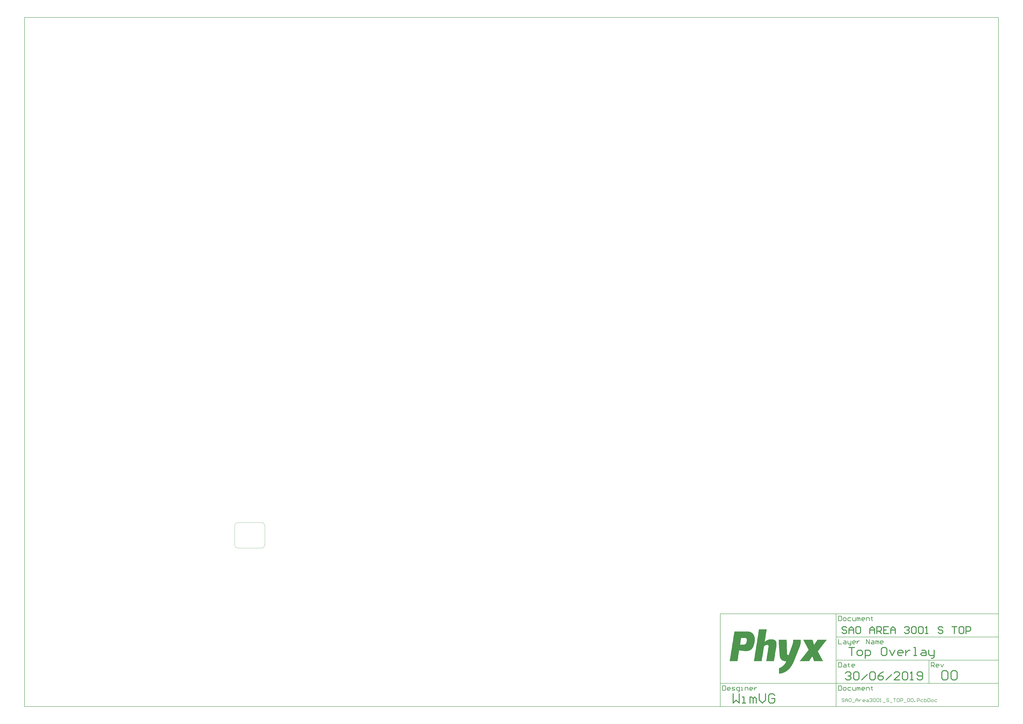
<source format=gto>
G04*
G04 #@! TF.GenerationSoftware,Altium Limited,Altium Designer,18.1.11 (251)*
G04*
G04 Layer_Color=65535*
%FSLAX25Y25*%
%MOIN*%
G70*
G01*
G75*
%ADD10C,0.01575*%
%ADD11C,0.00394*%
%ADD12C,0.00787*%
%ADD13C,0.00984*%
G36*
X872201Y-141778D02*
X873919D01*
Y-142065D01*
X874778D01*
Y-142351D01*
X875637D01*
Y-142637D01*
X876496D01*
Y-142924D01*
X877069D01*
Y-143210D01*
X877355D01*
Y-143496D01*
X877928D01*
Y-143783D01*
X878214D01*
Y-144069D01*
X878786D01*
Y-144355D01*
X879073D01*
Y-144641D01*
X879359D01*
Y-144928D01*
X879646D01*
Y-145214D01*
X879932D01*
Y-145501D01*
X880218D01*
Y-145787D01*
X880504D01*
Y-146073D01*
Y-146359D01*
X880791D01*
Y-146646D01*
X881077D01*
Y-146932D01*
Y-147218D01*
X881363D01*
Y-147505D01*
X881650D01*
Y-147791D01*
Y-148077D01*
X881936D01*
Y-148364D01*
Y-148650D01*
Y-148936D01*
X882222D01*
Y-149223D01*
Y-149509D01*
Y-149795D01*
X882509D01*
Y-150082D01*
Y-150368D01*
Y-150654D01*
Y-150940D01*
X882795D01*
Y-151227D01*
Y-151513D01*
Y-151799D01*
Y-152086D01*
Y-152372D01*
X883081D01*
Y-152658D01*
Y-152945D01*
Y-153231D01*
Y-153517D01*
Y-153804D01*
Y-154090D01*
Y-154376D01*
Y-154663D01*
Y-154949D01*
Y-155235D01*
Y-155521D01*
Y-155808D01*
Y-156094D01*
Y-156380D01*
Y-156667D01*
Y-156953D01*
Y-157239D01*
Y-157526D01*
Y-157812D01*
Y-158098D01*
X882795D01*
Y-158385D01*
Y-158671D01*
Y-158957D01*
Y-159244D01*
Y-159530D01*
Y-159816D01*
Y-160102D01*
X882509D01*
Y-160389D01*
Y-160675D01*
Y-160961D01*
Y-161248D01*
Y-161534D01*
X882222D01*
Y-161820D01*
Y-162107D01*
Y-162393D01*
Y-162679D01*
Y-162966D01*
X881936D01*
Y-163252D01*
Y-163538D01*
Y-163824D01*
X881650D01*
Y-164111D01*
Y-164397D01*
Y-164683D01*
Y-164970D01*
X881363D01*
Y-165256D01*
Y-165542D01*
Y-165829D01*
X881077D01*
Y-166115D01*
Y-166401D01*
X880791D01*
Y-166688D01*
Y-166974D01*
Y-167260D01*
X880504D01*
Y-167547D01*
Y-167833D01*
X880218D01*
Y-168119D01*
Y-168405D01*
X879932D01*
Y-168692D01*
Y-168978D01*
X879646D01*
Y-169264D01*
X879359D01*
Y-169551D01*
Y-169837D01*
X879073D01*
Y-170123D01*
X878786D01*
Y-170410D01*
X878500D01*
Y-170696D01*
Y-170982D01*
X878214D01*
Y-171269D01*
X877928D01*
Y-171555D01*
X877641D01*
Y-171841D01*
X877355D01*
Y-172127D01*
X877069D01*
Y-172414D01*
X876496D01*
Y-172700D01*
X876210D01*
Y-172986D01*
X875637D01*
Y-173273D01*
X875351D01*
Y-173559D01*
X874778D01*
Y-173845D01*
X873919D01*
Y-174132D01*
X873060D01*
Y-174418D01*
X872201D01*
Y-174704D01*
X870483D01*
Y-174991D01*
X865330D01*
Y-174704D01*
X862753D01*
Y-174418D01*
X860749D01*
Y-174132D01*
X859317D01*
Y-173845D01*
X857886D01*
Y-173559D01*
X856454D01*
Y-173845D01*
Y-174132D01*
Y-174418D01*
Y-174704D01*
Y-174991D01*
Y-175277D01*
Y-175563D01*
X856168D01*
Y-175850D01*
Y-176136D01*
Y-176422D01*
Y-176709D01*
Y-176995D01*
Y-177281D01*
X855882D01*
Y-177568D01*
Y-177854D01*
Y-178140D01*
Y-178426D01*
Y-178713D01*
Y-178999D01*
X855595D01*
Y-179285D01*
Y-179572D01*
Y-179858D01*
Y-180144D01*
Y-180431D01*
Y-180717D01*
Y-181003D01*
X855309D01*
Y-181290D01*
Y-181576D01*
Y-181862D01*
Y-182149D01*
Y-182435D01*
Y-182721D01*
X855023D01*
Y-183007D01*
Y-183294D01*
Y-183580D01*
Y-183866D01*
Y-184153D01*
Y-184439D01*
X854736D01*
Y-184725D01*
Y-185012D01*
Y-185298D01*
Y-185584D01*
Y-185871D01*
Y-186157D01*
Y-186443D01*
X854450D01*
Y-186730D01*
Y-187016D01*
Y-187302D01*
Y-187588D01*
Y-187875D01*
Y-188161D01*
X854164D01*
Y-188447D01*
Y-188734D01*
Y-189020D01*
Y-189306D01*
Y-189593D01*
Y-189879D01*
X853877D01*
Y-190165D01*
Y-190452D01*
Y-190738D01*
Y-191024D01*
Y-191311D01*
Y-191597D01*
Y-191883D01*
X840421D01*
Y-191597D01*
X840707D01*
Y-191311D01*
Y-191024D01*
Y-190738D01*
Y-190452D01*
Y-190165D01*
X840993D01*
Y-189879D01*
Y-189593D01*
Y-189306D01*
Y-189020D01*
Y-188734D01*
Y-188447D01*
Y-188161D01*
X841280D01*
Y-187875D01*
Y-187588D01*
Y-187302D01*
Y-187016D01*
Y-186730D01*
Y-186443D01*
X841566D01*
Y-186157D01*
Y-185871D01*
Y-185584D01*
Y-185298D01*
Y-185012D01*
Y-184725D01*
X841852D01*
Y-184439D01*
Y-184153D01*
Y-183866D01*
Y-183580D01*
Y-183294D01*
Y-183007D01*
Y-182721D01*
X842138D01*
Y-182435D01*
Y-182149D01*
Y-181862D01*
Y-181576D01*
Y-181290D01*
Y-181003D01*
X842425D01*
Y-180717D01*
Y-180431D01*
Y-180144D01*
Y-179858D01*
Y-179572D01*
Y-179285D01*
X842711D01*
Y-178999D01*
Y-178713D01*
Y-178426D01*
Y-178140D01*
Y-177854D01*
Y-177568D01*
X842997D01*
Y-177281D01*
Y-176995D01*
Y-176709D01*
Y-176422D01*
Y-176136D01*
Y-175850D01*
Y-175563D01*
X843284D01*
Y-175277D01*
Y-174991D01*
Y-174704D01*
Y-174418D01*
Y-174132D01*
Y-173845D01*
X843570D01*
Y-173559D01*
Y-173273D01*
Y-172986D01*
Y-172700D01*
Y-172414D01*
Y-172127D01*
X843856D01*
Y-171841D01*
Y-171555D01*
Y-171269D01*
Y-170982D01*
Y-170696D01*
Y-170410D01*
X844143D01*
Y-170123D01*
Y-169837D01*
Y-169551D01*
Y-169264D01*
Y-168978D01*
Y-168692D01*
Y-168405D01*
X844429D01*
Y-168119D01*
Y-167833D01*
Y-167547D01*
Y-167260D01*
Y-166974D01*
Y-166688D01*
X844715D01*
Y-166401D01*
Y-166115D01*
Y-165829D01*
Y-165542D01*
Y-165256D01*
Y-164970D01*
X845002D01*
Y-164683D01*
Y-164397D01*
Y-164111D01*
Y-163824D01*
Y-163538D01*
Y-163252D01*
Y-162966D01*
X845288D01*
Y-162679D01*
Y-162393D01*
Y-162107D01*
Y-161820D01*
Y-161534D01*
Y-161248D01*
X845574D01*
Y-160961D01*
Y-160675D01*
Y-160389D01*
Y-160102D01*
Y-159816D01*
Y-159530D01*
X845861D01*
Y-159244D01*
Y-158957D01*
Y-158671D01*
Y-158385D01*
Y-158098D01*
Y-157812D01*
X846147D01*
Y-157526D01*
Y-157239D01*
Y-156953D01*
Y-156667D01*
Y-156380D01*
Y-156094D01*
Y-155808D01*
X846433D01*
Y-155521D01*
Y-155235D01*
Y-154949D01*
Y-154663D01*
Y-154376D01*
Y-154090D01*
X846719D01*
Y-153804D01*
Y-153517D01*
Y-153231D01*
Y-152945D01*
Y-152658D01*
Y-152372D01*
X847006D01*
Y-152086D01*
Y-151799D01*
Y-151513D01*
Y-151227D01*
Y-150940D01*
Y-150654D01*
Y-150368D01*
X847292D01*
Y-150082D01*
Y-149795D01*
Y-149509D01*
Y-149223D01*
Y-148936D01*
Y-148650D01*
X847578D01*
Y-148364D01*
Y-148077D01*
Y-147791D01*
Y-147505D01*
Y-147218D01*
Y-146932D01*
X847865D01*
Y-146646D01*
Y-146359D01*
Y-146073D01*
Y-145787D01*
Y-145501D01*
Y-145214D01*
Y-144928D01*
X848151D01*
Y-144641D01*
Y-144355D01*
Y-144069D01*
Y-143783D01*
Y-143496D01*
Y-143210D01*
X848437D01*
Y-142924D01*
Y-142637D01*
Y-142351D01*
Y-142065D01*
Y-141778D01*
Y-141492D01*
X872201D01*
Y-141778D01*
D02*
G37*
G36*
X903409Y-138343D02*
Y-138629D01*
X903123D01*
Y-138915D01*
Y-139202D01*
Y-139488D01*
Y-139774D01*
Y-140060D01*
Y-140347D01*
X902837D01*
Y-140633D01*
Y-140919D01*
Y-141206D01*
Y-141492D01*
Y-141778D01*
Y-142065D01*
X902551D01*
Y-142351D01*
Y-142637D01*
Y-142924D01*
Y-143210D01*
Y-143496D01*
Y-143783D01*
Y-144069D01*
X902264D01*
Y-144355D01*
Y-144641D01*
Y-144928D01*
Y-145214D01*
Y-145501D01*
Y-145787D01*
X901978D01*
Y-146073D01*
Y-146359D01*
Y-146646D01*
Y-146932D01*
Y-147218D01*
Y-147505D01*
X901692D01*
Y-147791D01*
Y-148077D01*
Y-148364D01*
Y-148650D01*
Y-148936D01*
Y-149223D01*
Y-149509D01*
X901405D01*
Y-149795D01*
Y-150082D01*
Y-150368D01*
Y-150654D01*
Y-150940D01*
Y-151227D01*
X901119D01*
Y-151513D01*
Y-151799D01*
Y-152086D01*
Y-152372D01*
Y-152658D01*
Y-152945D01*
X900833D01*
Y-153231D01*
Y-153517D01*
Y-153804D01*
Y-154090D01*
Y-154376D01*
Y-154663D01*
X900546D01*
Y-154949D01*
Y-155235D01*
Y-155521D01*
Y-155808D01*
Y-156094D01*
Y-156380D01*
Y-156667D01*
X900260D01*
Y-156953D01*
Y-157239D01*
Y-157526D01*
Y-157812D01*
Y-158098D01*
Y-158385D01*
X899974D01*
Y-158671D01*
Y-158957D01*
X900546D01*
Y-158671D01*
X900833D01*
Y-158385D01*
X901119D01*
Y-158098D01*
X901692D01*
Y-157812D01*
X901978D01*
Y-157526D01*
X902264D01*
Y-157239D01*
X902837D01*
Y-156953D01*
X903409D01*
Y-156667D01*
X903696D01*
Y-156380D01*
X904268D01*
Y-156094D01*
X905127D01*
Y-155808D01*
X905700D01*
Y-155521D01*
X906559D01*
Y-155235D01*
X907990D01*
Y-154949D01*
X914289D01*
Y-155235D01*
X915435D01*
Y-155521D01*
X916294D01*
Y-155808D01*
X916866D01*
Y-156094D01*
X917153D01*
Y-156380D01*
X917725D01*
Y-156667D01*
X918011D01*
Y-156953D01*
X918298D01*
Y-157239D01*
X918584D01*
Y-157526D01*
X918870D01*
Y-157812D01*
Y-158098D01*
X919157D01*
Y-158385D01*
Y-158671D01*
X919443D01*
Y-158957D01*
Y-159244D01*
Y-159530D01*
X919729D01*
Y-159816D01*
Y-160102D01*
Y-160389D01*
Y-160675D01*
X920016D01*
Y-160961D01*
Y-161248D01*
Y-161534D01*
Y-161820D01*
Y-162107D01*
Y-162393D01*
Y-162679D01*
Y-162966D01*
Y-163252D01*
Y-163538D01*
Y-163824D01*
Y-164111D01*
Y-164397D01*
Y-164683D01*
Y-164970D01*
Y-165256D01*
Y-165542D01*
Y-165829D01*
X919729D01*
Y-166115D01*
Y-166401D01*
Y-166688D01*
Y-166974D01*
Y-167260D01*
Y-167547D01*
Y-167833D01*
X919443D01*
Y-168119D01*
Y-168405D01*
Y-168692D01*
Y-168978D01*
Y-169264D01*
Y-169551D01*
Y-169837D01*
X919157D01*
Y-170123D01*
Y-170410D01*
Y-170696D01*
Y-170982D01*
Y-171269D01*
Y-171555D01*
X918870D01*
Y-171841D01*
Y-172127D01*
Y-172414D01*
Y-172700D01*
Y-172986D01*
Y-173273D01*
X918584D01*
Y-173559D01*
Y-173845D01*
Y-174132D01*
Y-174418D01*
Y-174704D01*
Y-174991D01*
X918298D01*
Y-175277D01*
Y-175563D01*
Y-175850D01*
Y-176136D01*
Y-176422D01*
Y-176709D01*
Y-176995D01*
X918011D01*
Y-177281D01*
Y-177568D01*
Y-177854D01*
Y-178140D01*
Y-178426D01*
Y-178713D01*
X917725D01*
Y-178999D01*
Y-179285D01*
Y-179572D01*
Y-179858D01*
Y-180144D01*
Y-180431D01*
X917439D01*
Y-180717D01*
Y-181003D01*
Y-181290D01*
Y-181576D01*
Y-181862D01*
Y-182149D01*
Y-182435D01*
X917153D01*
Y-182721D01*
Y-183007D01*
Y-183294D01*
Y-183580D01*
Y-183866D01*
Y-184153D01*
X916866D01*
Y-184439D01*
Y-184725D01*
Y-185012D01*
Y-185298D01*
Y-185584D01*
Y-185871D01*
X916580D01*
Y-186157D01*
Y-186443D01*
Y-186730D01*
Y-187016D01*
Y-187302D01*
Y-187588D01*
X916294D01*
Y-187875D01*
Y-188161D01*
Y-188447D01*
Y-188734D01*
Y-189020D01*
Y-189306D01*
Y-189593D01*
X916007D01*
Y-189879D01*
Y-190165D01*
Y-190452D01*
Y-190738D01*
Y-191024D01*
Y-191311D01*
X915721D01*
Y-191597D01*
Y-191883D01*
X902551D01*
Y-191597D01*
Y-191311D01*
X902837D01*
Y-191024D01*
Y-190738D01*
Y-190452D01*
Y-190165D01*
Y-189879D01*
Y-189593D01*
X903123D01*
Y-189306D01*
Y-189020D01*
Y-188734D01*
Y-188447D01*
Y-188161D01*
Y-187875D01*
Y-187588D01*
X903409D01*
Y-187302D01*
Y-187016D01*
Y-186730D01*
Y-186443D01*
Y-186157D01*
Y-185871D01*
X903696D01*
Y-185584D01*
Y-185298D01*
Y-185012D01*
Y-184725D01*
Y-184439D01*
Y-184153D01*
X903982D01*
Y-183866D01*
Y-183580D01*
Y-183294D01*
Y-183007D01*
Y-182721D01*
Y-182435D01*
Y-182149D01*
X904268D01*
Y-181862D01*
Y-181576D01*
Y-181290D01*
Y-181003D01*
Y-180717D01*
Y-180431D01*
X904555D01*
Y-180144D01*
Y-179858D01*
Y-179572D01*
Y-179285D01*
Y-178999D01*
Y-178713D01*
Y-178426D01*
X904841D01*
Y-178140D01*
Y-177854D01*
Y-177568D01*
Y-177281D01*
Y-176995D01*
Y-176709D01*
X905127D01*
Y-176422D01*
Y-176136D01*
Y-175850D01*
Y-175563D01*
Y-175277D01*
Y-174991D01*
X905414D01*
Y-174704D01*
Y-174418D01*
Y-174132D01*
Y-173845D01*
Y-173559D01*
Y-173273D01*
X905700D01*
Y-172986D01*
Y-172700D01*
Y-172414D01*
Y-172127D01*
Y-171841D01*
Y-171555D01*
Y-171269D01*
X905986D01*
Y-170982D01*
Y-170696D01*
Y-170410D01*
Y-170123D01*
Y-169837D01*
Y-169551D01*
X906273D01*
Y-169264D01*
Y-168978D01*
Y-168692D01*
Y-168405D01*
Y-168119D01*
Y-167833D01*
Y-167547D01*
X906559D01*
Y-167260D01*
Y-166974D01*
Y-166688D01*
Y-166401D01*
Y-166115D01*
Y-165829D01*
X906273D01*
Y-165542D01*
Y-165256D01*
X905986D01*
Y-164970D01*
X905700D01*
Y-164683D01*
X905127D01*
Y-164397D01*
X903409D01*
Y-164683D01*
X901978D01*
Y-164970D01*
X901119D01*
Y-165256D01*
X900546D01*
Y-165542D01*
X900260D01*
Y-165829D01*
X899687D01*
Y-166115D01*
X899401D01*
Y-166401D01*
X899115D01*
Y-166688D01*
Y-166974D01*
X898828D01*
Y-167260D01*
Y-167547D01*
Y-167833D01*
X898542D01*
Y-168119D01*
Y-168405D01*
Y-168692D01*
Y-168978D01*
Y-169264D01*
Y-169551D01*
X898256D01*
Y-169837D01*
Y-170123D01*
Y-170410D01*
Y-170696D01*
Y-170982D01*
Y-171269D01*
Y-171555D01*
X897970D01*
Y-171841D01*
Y-172127D01*
Y-172414D01*
Y-172700D01*
Y-172986D01*
Y-173273D01*
X897683D01*
Y-173559D01*
Y-173845D01*
Y-174132D01*
Y-174418D01*
Y-174704D01*
Y-174991D01*
X897397D01*
Y-175277D01*
Y-175563D01*
Y-175850D01*
Y-176136D01*
Y-176422D01*
Y-176709D01*
X897111D01*
Y-176995D01*
Y-177281D01*
Y-177568D01*
Y-177854D01*
Y-178140D01*
Y-178426D01*
Y-178713D01*
X896824D01*
Y-178999D01*
Y-179285D01*
Y-179572D01*
Y-179858D01*
Y-180144D01*
Y-180431D01*
X896538D01*
Y-180717D01*
Y-181003D01*
Y-181290D01*
Y-181576D01*
Y-181862D01*
Y-182149D01*
X896252D01*
Y-182435D01*
Y-182721D01*
Y-183007D01*
Y-183294D01*
Y-183580D01*
Y-183866D01*
Y-184153D01*
X895965D01*
Y-184439D01*
Y-184725D01*
Y-185012D01*
Y-185298D01*
Y-185584D01*
Y-185871D01*
X895679D01*
Y-186157D01*
Y-186443D01*
Y-186730D01*
Y-187016D01*
Y-187302D01*
Y-187588D01*
X895393D01*
Y-187875D01*
Y-188161D01*
Y-188447D01*
Y-188734D01*
Y-189020D01*
Y-189306D01*
X895106D01*
Y-189593D01*
Y-189879D01*
Y-190165D01*
Y-190452D01*
Y-190738D01*
Y-191024D01*
Y-191311D01*
X894820D01*
Y-191597D01*
Y-191883D01*
X881650D01*
Y-191597D01*
Y-191311D01*
X881936D01*
Y-191024D01*
Y-190738D01*
Y-190452D01*
Y-190165D01*
Y-189879D01*
Y-189593D01*
Y-189306D01*
X882222D01*
Y-189020D01*
Y-188734D01*
Y-188447D01*
Y-188161D01*
Y-187875D01*
Y-187588D01*
X882509D01*
Y-187302D01*
Y-187016D01*
Y-186730D01*
Y-186443D01*
Y-186157D01*
Y-185871D01*
X882795D01*
Y-185584D01*
Y-185298D01*
Y-185012D01*
Y-184725D01*
Y-184439D01*
Y-184153D01*
Y-183866D01*
X883081D01*
Y-183580D01*
Y-183294D01*
Y-183007D01*
Y-182721D01*
Y-182435D01*
Y-182149D01*
X883368D01*
Y-181862D01*
Y-181576D01*
Y-181290D01*
Y-181003D01*
Y-180717D01*
Y-180431D01*
X883654D01*
Y-180144D01*
Y-179858D01*
Y-179572D01*
Y-179285D01*
Y-178999D01*
Y-178713D01*
X883940D01*
Y-178426D01*
Y-178140D01*
Y-177854D01*
Y-177568D01*
Y-177281D01*
Y-176995D01*
Y-176709D01*
X884227D01*
Y-176422D01*
Y-176136D01*
Y-175850D01*
Y-175563D01*
Y-175277D01*
Y-174991D01*
X884513D01*
Y-174704D01*
Y-174418D01*
Y-174132D01*
Y-173845D01*
Y-173559D01*
Y-173273D01*
X884799D01*
Y-172986D01*
Y-172700D01*
Y-172414D01*
Y-172127D01*
Y-171841D01*
Y-171555D01*
Y-171269D01*
X885085D01*
Y-170982D01*
Y-170696D01*
Y-170410D01*
Y-170123D01*
Y-169837D01*
Y-169551D01*
X885372D01*
Y-169264D01*
Y-168978D01*
Y-168692D01*
Y-168405D01*
Y-168119D01*
Y-167833D01*
X885658D01*
Y-167547D01*
Y-167260D01*
Y-166974D01*
Y-166688D01*
Y-166401D01*
Y-166115D01*
X885944D01*
Y-165829D01*
Y-165542D01*
Y-165256D01*
Y-164970D01*
Y-164683D01*
Y-164397D01*
Y-164111D01*
X886231D01*
Y-163824D01*
Y-163538D01*
Y-163252D01*
Y-162966D01*
Y-162679D01*
Y-162393D01*
X886517D01*
Y-162107D01*
Y-161820D01*
Y-161534D01*
Y-161248D01*
Y-160961D01*
Y-160675D01*
X886803D01*
Y-160389D01*
Y-160102D01*
Y-159816D01*
Y-159530D01*
Y-159244D01*
Y-158957D01*
X887090D01*
Y-158671D01*
Y-158385D01*
Y-158098D01*
Y-157812D01*
Y-157526D01*
Y-157239D01*
Y-156953D01*
X887376D01*
Y-156667D01*
Y-156380D01*
Y-156094D01*
Y-155808D01*
Y-155521D01*
Y-155235D01*
X887662D01*
Y-154949D01*
Y-154663D01*
Y-154376D01*
Y-154090D01*
Y-153804D01*
Y-153517D01*
X887949D01*
Y-153231D01*
Y-152945D01*
Y-152658D01*
Y-152372D01*
Y-152086D01*
Y-151799D01*
Y-151513D01*
X888235D01*
Y-151227D01*
Y-150940D01*
Y-150654D01*
Y-150368D01*
Y-150082D01*
Y-149795D01*
X888521D01*
Y-149509D01*
Y-149223D01*
Y-148936D01*
Y-148650D01*
Y-148364D01*
Y-148077D01*
X888807D01*
Y-147791D01*
Y-147505D01*
Y-147218D01*
Y-146932D01*
Y-146646D01*
Y-146359D01*
X889094D01*
Y-146073D01*
Y-145787D01*
Y-145501D01*
Y-145214D01*
Y-144928D01*
Y-144641D01*
Y-144355D01*
X889380D01*
Y-144069D01*
Y-143783D01*
Y-143496D01*
Y-143210D01*
Y-142924D01*
Y-142637D01*
X889666D01*
Y-142351D01*
Y-142065D01*
Y-141778D01*
Y-141492D01*
Y-141206D01*
Y-140919D01*
X889953D01*
Y-140633D01*
Y-140347D01*
Y-140060D01*
Y-139774D01*
Y-139488D01*
Y-139202D01*
Y-138915D01*
X890239D01*
Y-138629D01*
Y-138343D01*
Y-138056D01*
X903409D01*
Y-138343D01*
D02*
G37*
G36*
X1005337Y-155808D02*
X1005050D01*
Y-156094D01*
X1004764D01*
Y-156380D01*
Y-156667D01*
X1004478D01*
Y-156953D01*
X1004192D01*
Y-157239D01*
X1003905D01*
Y-157526D01*
Y-157812D01*
X1003619D01*
Y-158098D01*
X1003333D01*
Y-158385D01*
X1003046D01*
Y-158671D01*
X1002760D01*
Y-158957D01*
Y-159244D01*
X1002474D01*
Y-159530D01*
X1002187D01*
Y-159816D01*
X1001901D01*
Y-160102D01*
Y-160389D01*
X1001615D01*
Y-160675D01*
X1001328D01*
Y-160961D01*
X1001042D01*
Y-161248D01*
X1000756D01*
Y-161534D01*
Y-161820D01*
X1000469D01*
Y-162107D01*
X1000183D01*
Y-162393D01*
X999897D01*
Y-162679D01*
Y-162966D01*
X999611D01*
Y-163252D01*
X999324D01*
Y-163538D01*
X999038D01*
Y-163824D01*
Y-164111D01*
X998752D01*
Y-164397D01*
X998465D01*
Y-164683D01*
X998179D01*
Y-164970D01*
X997893D01*
Y-165256D01*
Y-165542D01*
X997606D01*
Y-165829D01*
X997320D01*
Y-166115D01*
X997034D01*
Y-166401D01*
Y-166688D01*
X996747D01*
Y-166974D01*
X996461D01*
Y-167260D01*
X996175D01*
Y-167547D01*
Y-167833D01*
X995889D01*
Y-168119D01*
X995602D01*
Y-168405D01*
X995316D01*
Y-168692D01*
X995030D01*
Y-168978D01*
Y-169264D01*
X994743D01*
Y-169551D01*
X994457D01*
Y-169837D01*
X994171D01*
Y-170123D01*
Y-170410D01*
X993884D01*
Y-170696D01*
X993598D01*
Y-170982D01*
X993312D01*
Y-171269D01*
Y-171555D01*
X993025D01*
Y-171841D01*
X992739D01*
Y-172127D01*
X992453D01*
Y-172414D01*
X992166D01*
Y-172700D01*
Y-172986D01*
X991880D01*
Y-173273D01*
X991594D01*
Y-173559D01*
X991308D01*
Y-173845D01*
Y-174132D01*
X991021D01*
Y-174418D01*
X990735D01*
Y-174704D01*
X990449D01*
Y-174991D01*
X990162D01*
Y-175277D01*
Y-175563D01*
X990449D01*
Y-175850D01*
Y-176136D01*
X990735D01*
Y-176422D01*
Y-176709D01*
X991021D01*
Y-176995D01*
X991308D01*
Y-177281D01*
Y-177568D01*
X991594D01*
Y-177854D01*
Y-178140D01*
X991880D01*
Y-178426D01*
Y-178713D01*
X992166D01*
Y-178999D01*
Y-179285D01*
X992453D01*
Y-179572D01*
Y-179858D01*
X992739D01*
Y-180144D01*
Y-180431D01*
X993025D01*
Y-180717D01*
Y-181003D01*
X993312D01*
Y-181290D01*
Y-181576D01*
X993598D01*
Y-181862D01*
X993884D01*
Y-182149D01*
Y-182435D01*
X994171D01*
Y-182721D01*
Y-183007D01*
X994457D01*
Y-183294D01*
Y-183580D01*
X994743D01*
Y-183866D01*
Y-184153D01*
X995030D01*
Y-184439D01*
Y-184725D01*
X995316D01*
Y-185012D01*
Y-185298D01*
X995602D01*
Y-185584D01*
Y-185871D01*
X995889D01*
Y-186157D01*
X996175D01*
Y-186443D01*
Y-186730D01*
X996461D01*
Y-187016D01*
Y-187302D01*
X996747D01*
Y-187588D01*
Y-187875D01*
X997034D01*
Y-188161D01*
Y-188447D01*
X997320D01*
Y-188734D01*
Y-189020D01*
X997606D01*
Y-189306D01*
Y-189593D01*
X997893D01*
Y-189879D01*
Y-190165D01*
X998179D01*
Y-190452D01*
X998465D01*
Y-190738D01*
Y-191024D01*
X998752D01*
Y-191311D01*
Y-191597D01*
X999038D01*
Y-191883D01*
X983863D01*
Y-191597D01*
X983577D01*
Y-191311D01*
Y-191024D01*
Y-190738D01*
X983291D01*
Y-190452D01*
Y-190165D01*
Y-189879D01*
X983004D01*
Y-189593D01*
Y-189306D01*
X982718D01*
Y-189020D01*
Y-188734D01*
Y-188447D01*
X982432D01*
Y-188161D01*
Y-187875D01*
Y-187588D01*
X982146D01*
Y-187302D01*
Y-187016D01*
X981859D01*
Y-186730D01*
Y-186443D01*
Y-186157D01*
X981573D01*
Y-185871D01*
Y-185584D01*
Y-185298D01*
X981287D01*
Y-185012D01*
Y-184725D01*
Y-184439D01*
X981000D01*
Y-184153D01*
X980428D01*
Y-184439D01*
Y-184725D01*
X980141D01*
Y-185012D01*
X979855D01*
Y-185298D01*
Y-185584D01*
X979569D01*
Y-185871D01*
X979282D01*
Y-186157D01*
Y-186443D01*
X978996D01*
Y-186730D01*
X978710D01*
Y-187016D01*
Y-187302D01*
X978423D01*
Y-187588D01*
X978137D01*
Y-187875D01*
X977851D01*
Y-188161D01*
Y-188447D01*
X977565D01*
Y-188734D01*
X977278D01*
Y-189020D01*
Y-189306D01*
X976992D01*
Y-189593D01*
X976705D01*
Y-189879D01*
Y-190165D01*
X976419D01*
Y-190452D01*
X976133D01*
Y-190738D01*
Y-191024D01*
X975847D01*
Y-191311D01*
X975560D01*
Y-191597D01*
Y-191883D01*
X959527D01*
Y-191597D01*
X959813D01*
Y-191311D01*
X960099D01*
Y-191024D01*
X960386D01*
Y-190738D01*
X960672D01*
Y-190452D01*
Y-190165D01*
X960958D01*
Y-189879D01*
X961245D01*
Y-189593D01*
X961531D01*
Y-189306D01*
X961817D01*
Y-189020D01*
Y-188734D01*
X962104D01*
Y-188447D01*
X962390D01*
Y-188161D01*
X962676D01*
Y-187875D01*
Y-187588D01*
X962963D01*
Y-187302D01*
X963249D01*
Y-187016D01*
X963535D01*
Y-186730D01*
X963822D01*
Y-186443D01*
Y-186157D01*
X964108D01*
Y-185871D01*
X964394D01*
Y-185584D01*
X964680D01*
Y-185298D01*
X964967D01*
Y-185012D01*
Y-184725D01*
X965253D01*
Y-184439D01*
X965539D01*
Y-184153D01*
X965826D01*
Y-183866D01*
Y-183580D01*
X966112D01*
Y-183294D01*
X966398D01*
Y-183007D01*
X966685D01*
Y-182721D01*
X966971D01*
Y-182435D01*
Y-182149D01*
X967257D01*
Y-181862D01*
X967544D01*
Y-181576D01*
X967830D01*
Y-181290D01*
Y-181003D01*
X968116D01*
Y-180717D01*
X968402D01*
Y-180431D01*
X968689D01*
Y-180144D01*
X968975D01*
Y-179858D01*
Y-179572D01*
X969261D01*
Y-179285D01*
X969548D01*
Y-178999D01*
X969834D01*
Y-178713D01*
Y-178426D01*
X970120D01*
Y-178140D01*
X970407D01*
Y-177854D01*
X970693D01*
Y-177568D01*
X970979D01*
Y-177281D01*
Y-176995D01*
X971266D01*
Y-176709D01*
X971552D01*
Y-176422D01*
X971838D01*
Y-176136D01*
X972124D01*
Y-175850D01*
Y-175563D01*
X972411D01*
Y-175277D01*
X972697D01*
Y-174991D01*
X972983D01*
Y-174704D01*
Y-174418D01*
X973270D01*
Y-174132D01*
X973556D01*
Y-173845D01*
X973842D01*
Y-173559D01*
X974129D01*
Y-173273D01*
Y-172986D01*
X974415D01*
Y-172700D01*
Y-172414D01*
Y-172127D01*
X974129D01*
Y-171841D01*
X973842D01*
Y-171555D01*
Y-171269D01*
X973556D01*
Y-170982D01*
Y-170696D01*
X973270D01*
Y-170410D01*
Y-170123D01*
X972983D01*
Y-169837D01*
Y-169551D01*
X972697D01*
Y-169264D01*
Y-168978D01*
X972411D01*
Y-168692D01*
Y-168405D01*
X972124D01*
Y-168119D01*
X971838D01*
Y-167833D01*
Y-167547D01*
X971552D01*
Y-167260D01*
Y-166974D01*
X971266D01*
Y-166688D01*
Y-166401D01*
X970979D01*
Y-166115D01*
Y-165829D01*
X970693D01*
Y-165542D01*
Y-165256D01*
X970407D01*
Y-164970D01*
Y-164683D01*
X970120D01*
Y-164397D01*
X969834D01*
Y-164111D01*
Y-163824D01*
X969548D01*
Y-163538D01*
Y-163252D01*
X969261D01*
Y-162966D01*
Y-162679D01*
X968975D01*
Y-162393D01*
Y-162107D01*
X968689D01*
Y-161820D01*
Y-161534D01*
X968402D01*
Y-161248D01*
Y-160961D01*
X968116D01*
Y-160675D01*
Y-160389D01*
X967830D01*
Y-160102D01*
X967544D01*
Y-159816D01*
Y-159530D01*
X967257D01*
Y-159244D01*
Y-158957D01*
X966971D01*
Y-158671D01*
Y-158385D01*
X966685D01*
Y-158098D01*
Y-157812D01*
X966398D01*
Y-157526D01*
Y-157239D01*
X966112D01*
Y-156953D01*
Y-156667D01*
X965826D01*
Y-156380D01*
X965539D01*
Y-156094D01*
Y-155808D01*
X965253D01*
Y-155521D01*
X981000D01*
Y-155808D01*
X981287D01*
Y-156094D01*
Y-156380D01*
Y-156667D01*
X981573D01*
Y-156953D01*
Y-157239D01*
Y-157526D01*
X981859D01*
Y-157812D01*
Y-158098D01*
Y-158385D01*
X982146D01*
Y-158671D01*
Y-158957D01*
Y-159244D01*
X982432D01*
Y-159530D01*
Y-159816D01*
Y-160102D01*
X982718D01*
Y-160389D01*
Y-160675D01*
Y-160961D01*
X983004D01*
Y-161248D01*
Y-161534D01*
Y-161820D01*
X983291D01*
Y-162107D01*
Y-162393D01*
Y-162679D01*
X983577D01*
Y-162966D01*
Y-163252D01*
Y-163538D01*
Y-163824D01*
X984150D01*
Y-163538D01*
X984436D01*
Y-163252D01*
X984722D01*
Y-162966D01*
Y-162679D01*
X985009D01*
Y-162393D01*
X985295D01*
Y-162107D01*
Y-161820D01*
X985581D01*
Y-161534D01*
X985868D01*
Y-161248D01*
Y-160961D01*
X986154D01*
Y-160675D01*
X986440D01*
Y-160389D01*
Y-160102D01*
X986726D01*
Y-159816D01*
X987013D01*
Y-159530D01*
Y-159244D01*
X987299D01*
Y-158957D01*
X987585D01*
Y-158671D01*
Y-158385D01*
X987872D01*
Y-158098D01*
X988158D01*
Y-157812D01*
Y-157526D01*
X988444D01*
Y-157239D01*
X988731D01*
Y-156953D01*
Y-156667D01*
X989017D01*
Y-156380D01*
X989303D01*
Y-156094D01*
Y-155808D01*
X989590D01*
Y-155521D01*
X1005337D01*
Y-155808D01*
D02*
G37*
G36*
X961245D02*
Y-156094D01*
Y-156380D01*
Y-156667D01*
Y-156953D01*
Y-157239D01*
Y-157526D01*
Y-157812D01*
Y-158098D01*
Y-158385D01*
Y-158671D01*
Y-158957D01*
Y-159244D01*
Y-159530D01*
Y-159816D01*
Y-160102D01*
Y-160389D01*
Y-160675D01*
Y-160961D01*
Y-161248D01*
Y-161534D01*
X960958D01*
Y-161820D01*
Y-162107D01*
Y-162393D01*
Y-162679D01*
Y-162966D01*
X960672D01*
Y-163252D01*
Y-163538D01*
Y-163824D01*
Y-164111D01*
X960386D01*
Y-164397D01*
Y-164683D01*
Y-164970D01*
Y-165256D01*
X960099D01*
Y-165542D01*
Y-165829D01*
Y-166115D01*
X959813D01*
Y-166401D01*
Y-166688D01*
Y-166974D01*
X959527D01*
Y-167260D01*
Y-167547D01*
Y-167833D01*
X959241D01*
Y-168119D01*
Y-168405D01*
Y-168692D01*
X958954D01*
Y-168978D01*
Y-169264D01*
X958668D01*
Y-169551D01*
Y-169837D01*
X958381D01*
Y-170123D01*
Y-170410D01*
Y-170696D01*
X958095D01*
Y-170982D01*
Y-171269D01*
X957809D01*
Y-171555D01*
Y-171841D01*
Y-172127D01*
X957523D01*
Y-172414D01*
Y-172700D01*
X957236D01*
Y-172986D01*
Y-173273D01*
Y-173559D01*
X956950D01*
Y-173845D01*
Y-174132D01*
X956664D01*
Y-174418D01*
Y-174704D01*
Y-174991D01*
X956377D01*
Y-175277D01*
Y-175563D01*
X956091D01*
Y-175850D01*
Y-176136D01*
Y-176422D01*
X955805D01*
Y-176709D01*
Y-176995D01*
X955518D01*
Y-177281D01*
Y-177568D01*
Y-177854D01*
X955232D01*
Y-178140D01*
Y-178426D01*
X954946D01*
Y-178713D01*
Y-178999D01*
Y-179285D01*
X954659D01*
Y-179572D01*
Y-179858D01*
X954373D01*
Y-180144D01*
Y-180431D01*
Y-180717D01*
X954087D01*
Y-181003D01*
Y-181290D01*
X953800D01*
Y-181576D01*
Y-181862D01*
Y-182149D01*
X953514D01*
Y-182435D01*
Y-182721D01*
X953228D01*
Y-183007D01*
Y-183294D01*
Y-183580D01*
X952942D01*
Y-183866D01*
Y-184153D01*
X952655D01*
Y-184439D01*
Y-184725D01*
Y-185012D01*
X952369D01*
Y-185298D01*
Y-185584D01*
X952083D01*
Y-185871D01*
Y-186157D01*
Y-186443D01*
X951796D01*
Y-186730D01*
Y-187016D01*
X951510D01*
Y-187302D01*
Y-187588D01*
Y-187875D01*
X951224D01*
Y-188161D01*
Y-188447D01*
X950937D01*
Y-188734D01*
Y-189020D01*
Y-189306D01*
X950651D01*
Y-189593D01*
Y-189879D01*
X950365D01*
Y-190165D01*
Y-190452D01*
Y-190738D01*
X950078D01*
Y-191024D01*
Y-191311D01*
X949792D01*
Y-191597D01*
Y-191883D01*
Y-192169D01*
X949506D01*
Y-192456D01*
Y-192742D01*
X949220D01*
Y-193028D01*
Y-193315D01*
X948933D01*
Y-193601D01*
Y-193887D01*
X948647D01*
Y-194174D01*
Y-194460D01*
Y-194746D01*
X948361D01*
Y-195033D01*
X948074D01*
Y-195319D01*
Y-195605D01*
Y-195891D01*
X947788D01*
Y-196178D01*
X947502D01*
Y-196464D01*
Y-196750D01*
X947215D01*
Y-197037D01*
Y-197323D01*
X946929D01*
Y-197609D01*
Y-197896D01*
X946643D01*
Y-198182D01*
Y-198468D01*
X946356D01*
Y-198755D01*
X946070D01*
Y-199041D01*
Y-199327D01*
X945784D01*
Y-199614D01*
Y-199900D01*
X945497D01*
Y-200186D01*
X945211D01*
Y-200472D01*
X944925D01*
Y-200759D01*
Y-201045D01*
X944639D01*
Y-201331D01*
X944352D01*
Y-201618D01*
Y-201904D01*
X944066D01*
Y-202190D01*
X943780D01*
Y-202477D01*
X943493D01*
Y-202763D01*
Y-203049D01*
X943207D01*
Y-203336D01*
X942921D01*
Y-203622D01*
X942634D01*
Y-203908D01*
X942348D01*
Y-204195D01*
X942062D01*
Y-204481D01*
Y-204767D01*
X941775D01*
Y-205053D01*
X941489D01*
Y-205340D01*
X941203D01*
Y-205626D01*
X940916D01*
Y-205912D01*
X940630D01*
Y-206199D01*
X940344D01*
Y-206485D01*
X940057D01*
Y-206771D01*
X939485D01*
Y-207058D01*
X939199D01*
Y-207344D01*
X938912D01*
Y-207630D01*
X938626D01*
Y-207917D01*
X938340D01*
Y-208203D01*
X937767D01*
Y-208489D01*
X937481D01*
Y-208776D01*
X936908D01*
Y-209062D01*
X936622D01*
Y-209348D01*
X936049D01*
Y-209634D01*
X935763D01*
Y-209921D01*
X935190D01*
Y-210207D01*
X934618D01*
Y-210493D01*
X934045D01*
Y-210780D01*
X933472D01*
Y-211066D01*
X932900D01*
Y-211352D01*
X932041D01*
Y-211639D01*
X931468D01*
Y-211925D01*
X930609D01*
Y-212211D01*
X929464D01*
Y-212498D01*
X928319D01*
Y-212784D01*
X926601D01*
Y-213070D01*
X924597D01*
Y-213357D01*
X924310D01*
Y-213070D01*
Y-212784D01*
Y-212498D01*
Y-212211D01*
Y-211925D01*
Y-211639D01*
Y-211352D01*
Y-211066D01*
Y-210780D01*
Y-210493D01*
Y-210207D01*
Y-209921D01*
Y-209634D01*
Y-209348D01*
Y-209062D01*
Y-208776D01*
Y-208489D01*
Y-208203D01*
Y-207917D01*
Y-207630D01*
Y-207344D01*
Y-207058D01*
Y-206771D01*
Y-206485D01*
Y-206199D01*
Y-205912D01*
Y-205626D01*
Y-205340D01*
Y-205053D01*
Y-204767D01*
Y-204481D01*
Y-204195D01*
Y-203908D01*
X924883D01*
Y-203622D01*
X925455D01*
Y-203336D01*
X926028D01*
Y-203049D01*
X926601D01*
Y-202763D01*
X927173D01*
Y-202477D01*
X927746D01*
Y-202190D01*
X928032D01*
Y-201904D01*
X928605D01*
Y-201618D01*
X928891D01*
Y-201331D01*
X929464D01*
Y-201045D01*
X929750D01*
Y-200759D01*
X930037D01*
Y-200472D01*
X930609D01*
Y-200186D01*
X930896D01*
Y-199900D01*
X931182D01*
Y-199614D01*
X931468D01*
Y-199327D01*
X931754D01*
Y-199041D01*
X932041D01*
Y-198755D01*
X932327D01*
Y-198468D01*
X932613D01*
Y-198182D01*
X932900D01*
Y-197896D01*
X933186D01*
Y-197609D01*
X933472D01*
Y-197323D01*
X933759D01*
Y-197037D01*
Y-196750D01*
X934045D01*
Y-196464D01*
X934331D01*
Y-196178D01*
X934618D01*
Y-195891D01*
Y-195605D01*
X934904D01*
Y-195319D01*
X935190D01*
Y-195033D01*
Y-194746D01*
X935476D01*
Y-194460D01*
Y-194174D01*
X935763D01*
Y-193887D01*
X936049D01*
Y-193601D01*
Y-193315D01*
X936335D01*
Y-193028D01*
Y-192742D01*
X936622D01*
Y-192456D01*
Y-192169D01*
X934904D01*
Y-191883D01*
X932900D01*
Y-191597D01*
X931754D01*
Y-191311D01*
X931182D01*
Y-191024D01*
X930323D01*
Y-190738D01*
X929750D01*
Y-190452D01*
X929464D01*
Y-190165D01*
X928891D01*
Y-189879D01*
X928605D01*
Y-189593D01*
X928319D01*
Y-189306D01*
X928032D01*
Y-189020D01*
X927746D01*
Y-188734D01*
X927460D01*
Y-188447D01*
Y-188161D01*
X927173D01*
Y-187875D01*
X926887D01*
Y-187588D01*
Y-187302D01*
X926601D01*
Y-187016D01*
Y-186730D01*
X926315D01*
Y-186443D01*
Y-186157D01*
X926028D01*
Y-185871D01*
Y-185584D01*
Y-185298D01*
X925742D01*
Y-185012D01*
Y-184725D01*
Y-184439D01*
Y-184153D01*
X925455D01*
Y-183866D01*
Y-183580D01*
Y-183294D01*
Y-183007D01*
Y-182721D01*
Y-182435D01*
Y-182149D01*
X925169D01*
Y-181862D01*
Y-181576D01*
Y-181290D01*
Y-181003D01*
Y-180717D01*
Y-180431D01*
Y-180144D01*
Y-179858D01*
Y-179572D01*
Y-179285D01*
Y-178999D01*
Y-178713D01*
Y-178426D01*
Y-178140D01*
Y-177854D01*
X924883D01*
Y-177568D01*
Y-177281D01*
Y-176995D01*
Y-176709D01*
Y-176422D01*
Y-176136D01*
Y-175850D01*
Y-175563D01*
Y-175277D01*
Y-174991D01*
Y-174704D01*
Y-174418D01*
Y-174132D01*
Y-173845D01*
Y-173559D01*
X924597D01*
Y-173273D01*
Y-172986D01*
Y-172700D01*
Y-172414D01*
Y-172127D01*
Y-171841D01*
Y-171555D01*
Y-171269D01*
Y-170982D01*
Y-170696D01*
Y-170410D01*
Y-170123D01*
Y-169837D01*
Y-169551D01*
Y-169264D01*
Y-168978D01*
X924310D01*
Y-168692D01*
Y-168405D01*
Y-168119D01*
Y-167833D01*
Y-167547D01*
Y-167260D01*
Y-166974D01*
Y-166688D01*
Y-166401D01*
Y-166115D01*
Y-165829D01*
Y-165542D01*
Y-165256D01*
Y-164970D01*
Y-164683D01*
Y-164397D01*
X924024D01*
Y-164111D01*
Y-163824D01*
Y-163538D01*
Y-163252D01*
Y-162966D01*
Y-162679D01*
Y-162393D01*
Y-162107D01*
Y-161820D01*
Y-161534D01*
Y-161248D01*
Y-160961D01*
Y-160675D01*
Y-160389D01*
X923738D01*
Y-160102D01*
Y-159816D01*
Y-159530D01*
Y-159244D01*
Y-158957D01*
Y-158671D01*
Y-158385D01*
Y-158098D01*
Y-157812D01*
Y-157526D01*
Y-157239D01*
Y-156953D01*
Y-156667D01*
Y-156380D01*
Y-156094D01*
Y-155808D01*
X923451D01*
Y-155521D01*
X937194D01*
Y-155808D01*
Y-156094D01*
Y-156380D01*
Y-156667D01*
Y-156953D01*
Y-157239D01*
Y-157526D01*
Y-157812D01*
Y-158098D01*
Y-158385D01*
Y-158671D01*
Y-158957D01*
Y-159244D01*
Y-159530D01*
X937481D01*
Y-159816D01*
Y-160102D01*
Y-160389D01*
Y-160675D01*
Y-160961D01*
Y-161248D01*
Y-161534D01*
Y-161820D01*
Y-162107D01*
Y-162393D01*
Y-162679D01*
Y-162966D01*
Y-163252D01*
Y-163538D01*
Y-163824D01*
Y-164111D01*
Y-164397D01*
Y-164683D01*
Y-164970D01*
Y-165256D01*
Y-165542D01*
Y-165829D01*
Y-166115D01*
Y-166401D01*
Y-166688D01*
Y-166974D01*
Y-167260D01*
Y-167547D01*
Y-167833D01*
Y-168119D01*
Y-168405D01*
Y-168692D01*
Y-168978D01*
Y-169264D01*
Y-169551D01*
Y-169837D01*
Y-170123D01*
Y-170410D01*
Y-170696D01*
Y-170982D01*
Y-171269D01*
X937767D01*
Y-171555D01*
X937481D01*
Y-171841D01*
Y-172127D01*
X937767D01*
Y-172414D01*
Y-172700D01*
Y-172986D01*
Y-173273D01*
Y-173559D01*
Y-173845D01*
Y-174132D01*
Y-174418D01*
Y-174704D01*
Y-174991D01*
Y-175277D01*
Y-175563D01*
Y-175850D01*
Y-176136D01*
Y-176422D01*
Y-176709D01*
Y-176995D01*
Y-177281D01*
Y-177568D01*
Y-177854D01*
Y-178140D01*
Y-178426D01*
Y-178713D01*
Y-178999D01*
Y-179285D01*
Y-179572D01*
X938053D01*
Y-179858D01*
Y-180144D01*
Y-180431D01*
X938340D01*
Y-180717D01*
X938626D01*
Y-181003D01*
X938912D01*
Y-181290D01*
X939771D01*
Y-181576D01*
X940630D01*
Y-181290D01*
X940916D01*
Y-181003D01*
Y-180717D01*
Y-180431D01*
X941203D01*
Y-180144D01*
Y-179858D01*
X941489D01*
Y-179572D01*
Y-179285D01*
Y-178999D01*
X941775D01*
Y-178713D01*
Y-178426D01*
Y-178140D01*
X942062D01*
Y-177854D01*
Y-177568D01*
Y-177281D01*
X942348D01*
Y-176995D01*
Y-176709D01*
Y-176422D01*
X942634D01*
Y-176136D01*
Y-175850D01*
X942921D01*
Y-175563D01*
Y-175277D01*
Y-174991D01*
X943207D01*
Y-174704D01*
Y-174418D01*
Y-174132D01*
X943493D01*
Y-173845D01*
Y-173559D01*
Y-173273D01*
X943780D01*
Y-172986D01*
Y-172700D01*
X944066D01*
Y-172414D01*
Y-172127D01*
Y-171841D01*
X944352D01*
Y-171555D01*
Y-171269D01*
Y-170982D01*
X944639D01*
Y-170696D01*
Y-170410D01*
Y-170123D01*
X944925D01*
Y-169837D01*
Y-169551D01*
X945211D01*
Y-169264D01*
Y-168978D01*
Y-168692D01*
X945497D01*
Y-168405D01*
Y-168119D01*
Y-167833D01*
X945784D01*
Y-167547D01*
Y-167260D01*
Y-166974D01*
X946070D01*
Y-166688D01*
Y-166401D01*
X946356D01*
Y-166115D01*
Y-165829D01*
Y-165542D01*
X946643D01*
Y-165256D01*
Y-164970D01*
Y-164683D01*
X946929D01*
Y-164397D01*
Y-164111D01*
Y-163824D01*
X947215D01*
Y-163538D01*
Y-163252D01*
Y-162966D01*
Y-162679D01*
X947502D01*
Y-162393D01*
Y-162107D01*
Y-161820D01*
Y-161534D01*
X947788D01*
Y-161248D01*
Y-160961D01*
Y-160675D01*
Y-160389D01*
Y-160102D01*
X948074D01*
Y-159816D01*
Y-159530D01*
Y-159244D01*
Y-158957D01*
Y-158671D01*
Y-158385D01*
X948361D01*
Y-158098D01*
Y-157812D01*
Y-157526D01*
Y-157239D01*
Y-156953D01*
Y-156667D01*
Y-156380D01*
Y-156094D01*
Y-155808D01*
Y-155521D01*
X961245D01*
Y-155808D01*
D02*
G37*
%LPC*%
G36*
X867907Y-152658D02*
X859890D01*
Y-152945D01*
Y-153231D01*
Y-153517D01*
Y-153804D01*
Y-154090D01*
X859604D01*
Y-154376D01*
Y-154663D01*
Y-154949D01*
Y-155235D01*
Y-155521D01*
Y-155808D01*
X859317D01*
Y-156094D01*
Y-156380D01*
Y-156667D01*
Y-156953D01*
Y-157239D01*
Y-157526D01*
X859031D01*
Y-157812D01*
Y-158098D01*
Y-158385D01*
Y-158671D01*
Y-158957D01*
Y-159244D01*
X858745D01*
Y-159530D01*
Y-159816D01*
Y-160102D01*
Y-160389D01*
Y-160675D01*
Y-160961D01*
Y-161248D01*
X858458D01*
Y-161534D01*
Y-161820D01*
Y-162107D01*
Y-162393D01*
Y-162679D01*
Y-162966D01*
X858172D01*
Y-163252D01*
Y-163538D01*
Y-163824D01*
X865330D01*
Y-163538D01*
X866475D01*
Y-163252D01*
X867048D01*
Y-162966D01*
X867334D01*
Y-162679D01*
X867620D01*
Y-162393D01*
X867907D01*
Y-162107D01*
X868193D01*
Y-161820D01*
Y-161534D01*
X868479D01*
Y-161248D01*
Y-160961D01*
X868766D01*
Y-160675D01*
Y-160389D01*
X869052D01*
Y-160102D01*
Y-159816D01*
Y-159530D01*
Y-159244D01*
X869338D01*
Y-158957D01*
Y-158671D01*
Y-158385D01*
Y-158098D01*
Y-157812D01*
X869625D01*
Y-157526D01*
Y-157239D01*
Y-156953D01*
Y-156667D01*
Y-156380D01*
Y-156094D01*
Y-155808D01*
Y-155521D01*
Y-155235D01*
Y-154949D01*
Y-154663D01*
X869338D01*
Y-154376D01*
Y-154090D01*
X869052D01*
Y-153804D01*
Y-153517D01*
X868766D01*
Y-153231D01*
X868479D01*
Y-152945D01*
X867907D01*
Y-152658D01*
D02*
G37*
%LPD*%
D10*
X1042921Y-168552D02*
X1052104D01*
X1047513D01*
Y-182327D01*
X1058992D02*
X1063584D01*
X1065879Y-180031D01*
Y-175439D01*
X1063584Y-173144D01*
X1058992D01*
X1056696Y-175439D01*
Y-180031D01*
X1058992Y-182327D01*
X1070471Y-186919D02*
Y-173144D01*
X1077359D01*
X1079655Y-175439D01*
Y-180031D01*
X1077359Y-182327D01*
X1070471D01*
X1104909Y-168552D02*
X1100317D01*
X1098021Y-170848D01*
Y-180031D01*
X1100317Y-182327D01*
X1104909D01*
X1107205Y-180031D01*
Y-170848D01*
X1104909Y-168552D01*
X1111796Y-173144D02*
X1116388Y-182327D01*
X1120980Y-173144D01*
X1132459Y-182327D02*
X1127867D01*
X1125571Y-180031D01*
Y-175439D01*
X1127867Y-173144D01*
X1132459D01*
X1134755Y-175439D01*
Y-177735D01*
X1125571D01*
X1139347Y-173144D02*
Y-182327D01*
Y-177735D01*
X1141642Y-175439D01*
X1143938Y-173144D01*
X1146234D01*
X1153122Y-182327D02*
X1157713D01*
X1155417D01*
Y-168552D01*
X1153122D01*
X1166897Y-173144D02*
X1171488D01*
X1173784Y-175439D01*
Y-182327D01*
X1166897D01*
X1164601Y-180031D01*
X1166897Y-177735D01*
X1173784D01*
X1178376Y-173144D02*
Y-180031D01*
X1180672Y-182327D01*
X1187559D01*
Y-184623D01*
X1185264Y-186919D01*
X1182968D01*
X1187559Y-182327D02*
Y-173144D01*
X846071Y-247293D02*
Y-263036D01*
X851318Y-257788D01*
X856566Y-263036D01*
Y-247293D01*
X861814Y-263036D02*
X867061D01*
X864437D01*
Y-252540D01*
X861814D01*
X874933Y-263036D02*
Y-252540D01*
X877556D01*
X880180Y-255164D01*
Y-263036D01*
Y-255164D01*
X882804Y-252540D01*
X885428Y-255164D01*
Y-263036D01*
X890676Y-247293D02*
Y-257788D01*
X895923Y-263036D01*
X901171Y-257788D01*
Y-247293D01*
X916914Y-249917D02*
X914290Y-247293D01*
X909042D01*
X906419Y-249917D01*
Y-260412D01*
X909042Y-263036D01*
X914290D01*
X916914Y-260412D01*
Y-255164D01*
X911666D01*
X1200401Y-210546D02*
X1203025Y-207923D01*
X1208273D01*
X1210897Y-210546D01*
Y-221042D01*
X1208273Y-223665D01*
X1203025D01*
X1200401Y-221042D01*
Y-210546D01*
X1216144D02*
X1218768Y-207923D01*
X1224016D01*
X1226639Y-210546D01*
Y-221042D01*
X1224016Y-223665D01*
X1218768D01*
X1216144Y-221042D01*
Y-210546D01*
X1037015Y-212186D02*
X1039311Y-209890D01*
X1043903D01*
X1046199Y-212186D01*
Y-214482D01*
X1043903Y-216778D01*
X1041607D01*
X1043903D01*
X1046199Y-219074D01*
Y-221370D01*
X1043903Y-223665D01*
X1039311D01*
X1037015Y-221370D01*
X1050791Y-212186D02*
X1053086Y-209890D01*
X1057678D01*
X1059974Y-212186D01*
Y-221370D01*
X1057678Y-223665D01*
X1053086D01*
X1050791Y-221370D01*
Y-212186D01*
X1064566Y-223665D02*
X1073749Y-214482D01*
X1078341Y-212186D02*
X1080637Y-209890D01*
X1085228D01*
X1087524Y-212186D01*
Y-221370D01*
X1085228Y-223665D01*
X1080637D01*
X1078341Y-221370D01*
Y-212186D01*
X1101299Y-209890D02*
X1096707Y-212186D01*
X1092116Y-216778D01*
Y-221370D01*
X1094412Y-223665D01*
X1099003D01*
X1101299Y-221370D01*
Y-219074D01*
X1099003Y-216778D01*
X1092116D01*
X1105891Y-223665D02*
X1115074Y-214482D01*
X1128849Y-223665D02*
X1119666D01*
X1128849Y-214482D01*
Y-212186D01*
X1126553Y-209890D01*
X1121962D01*
X1119666Y-212186D01*
X1133441D02*
X1135737Y-209890D01*
X1140329D01*
X1142624Y-212186D01*
Y-221370D01*
X1140329Y-223665D01*
X1135737D01*
X1133441Y-221370D01*
Y-212186D01*
X1147216Y-223665D02*
X1151808D01*
X1149512D01*
Y-209890D01*
X1147216Y-212186D01*
X1158695Y-221370D02*
X1160991Y-223665D01*
X1165583D01*
X1167879Y-221370D01*
Y-212186D01*
X1165583Y-209890D01*
X1160991D01*
X1158695Y-212186D01*
Y-214482D01*
X1160991Y-216778D01*
X1167879D01*
X1038981Y-135086D02*
X1037014Y-133118D01*
X1033078D01*
X1031110Y-135086D01*
Y-137054D01*
X1033078Y-139022D01*
X1037014D01*
X1038981Y-140990D01*
Y-142957D01*
X1037014Y-144925D01*
X1033078D01*
X1031110Y-142957D01*
X1042917Y-144925D02*
Y-137054D01*
X1046853Y-133118D01*
X1050789Y-137054D01*
Y-144925D01*
Y-139022D01*
X1042917D01*
X1060628Y-133118D02*
X1056692D01*
X1054724Y-135086D01*
Y-142957D01*
X1056692Y-144925D01*
X1060628D01*
X1062596Y-142957D01*
Y-135086D01*
X1060628Y-133118D01*
X1078339Y-144925D02*
Y-137054D01*
X1082275Y-133118D01*
X1086210Y-137054D01*
Y-144925D01*
Y-139022D01*
X1078339D01*
X1090146Y-144925D02*
Y-133118D01*
X1096049D01*
X1098017Y-135086D01*
Y-139022D01*
X1096049Y-140990D01*
X1090146D01*
X1094082D02*
X1098017Y-144925D01*
X1109825Y-133118D02*
X1101953D01*
Y-144925D01*
X1109825D01*
X1101953Y-139022D02*
X1105889D01*
X1113760Y-144925D02*
Y-137054D01*
X1117696Y-133118D01*
X1121632Y-137054D01*
Y-144925D01*
Y-139022D01*
X1113760D01*
X1137375Y-135086D02*
X1139343Y-133118D01*
X1143278D01*
X1145246Y-135086D01*
Y-137054D01*
X1143278Y-139022D01*
X1141310D01*
X1143278D01*
X1145246Y-140990D01*
Y-142957D01*
X1143278Y-144925D01*
X1139343D01*
X1137375Y-142957D01*
X1149182Y-135086D02*
X1151150Y-133118D01*
X1155085D01*
X1157053Y-135086D01*
Y-142957D01*
X1155085Y-144925D01*
X1151150D01*
X1149182Y-142957D01*
Y-135086D01*
X1160989D02*
X1162957Y-133118D01*
X1166893D01*
X1168861Y-135086D01*
Y-142957D01*
X1166893Y-144925D01*
X1162957D01*
X1160989Y-142957D01*
Y-135086D01*
X1172796Y-144925D02*
X1176732D01*
X1174764D01*
Y-133118D01*
X1172796Y-135086D01*
X1202314D02*
X1200346Y-133118D01*
X1196411D01*
X1194443Y-135086D01*
Y-137054D01*
X1196411Y-139022D01*
X1200346D01*
X1202314Y-140990D01*
Y-142957D01*
X1200346Y-144925D01*
X1196411D01*
X1194443Y-142957D01*
X1218057Y-133118D02*
X1225929D01*
X1221993D01*
Y-144925D01*
X1235768Y-133118D02*
X1231832D01*
X1229865Y-135086D01*
Y-142957D01*
X1231832Y-144925D01*
X1235768D01*
X1237736Y-142957D01*
Y-135086D01*
X1235768Y-133118D01*
X1241672Y-144925D02*
Y-133118D01*
X1247575D01*
X1249543Y-135086D01*
Y-139022D01*
X1247575Y-140990D01*
X1241672D01*
D11*
X5906Y43307D02*
G03*
X0Y37402I0J-5906D01*
G01*
X45276Y0D02*
G03*
X51181Y5906I0J5906D01*
G01*
X51181Y37402D02*
G03*
X45276Y43307I-5906J0D01*
G01*
X0Y5906D02*
G03*
X5906Y0I5906J0D01*
G01*
Y43307D02*
X45276D01*
X5906Y0D02*
X45276D01*
X51181Y5906D02*
Y37402D01*
X0Y5906D02*
Y37402D01*
D12*
X1178748Y-229571D02*
Y-190201D01*
X1021267Y-150831D02*
X1296858D01*
X1021267Y-190201D02*
X1296858D01*
X824417Y-229571D02*
X1296858D01*
X824417Y-111461D02*
X1296858D01*
X824417Y-268941D02*
Y-111461D01*
X1021267Y-268941D02*
Y-111461D01*
X-356685Y900350D02*
X1296858D01*
Y-268941D02*
Y900350D01*
X-356685Y-268941D02*
Y900350D01*
Y-268941D02*
X1296858D01*
X1035046Y-256147D02*
X1034062Y-255164D01*
X1032094D01*
X1031110Y-256147D01*
Y-257131D01*
X1032094Y-258115D01*
X1034062D01*
X1035046Y-259099D01*
Y-260083D01*
X1034062Y-261067D01*
X1032094D01*
X1031110Y-260083D01*
X1037014Y-261067D02*
Y-257131D01*
X1038981Y-255164D01*
X1040949Y-257131D01*
Y-261067D01*
Y-258115D01*
X1037014D01*
X1045869Y-255164D02*
X1043901D01*
X1042917Y-256147D01*
Y-260083D01*
X1043901Y-261067D01*
X1045869D01*
X1046853Y-260083D01*
Y-256147D01*
X1045869Y-255164D01*
X1048821Y-262051D02*
X1052757D01*
X1054724Y-261067D02*
Y-257131D01*
X1056692Y-255164D01*
X1058660Y-257131D01*
Y-261067D01*
Y-258115D01*
X1054724D01*
X1060628Y-257131D02*
Y-261067D01*
Y-259099D01*
X1061612Y-258115D01*
X1062596Y-257131D01*
X1063580D01*
X1069483Y-261067D02*
X1067515D01*
X1066531Y-260083D01*
Y-258115D01*
X1067515Y-257131D01*
X1069483D01*
X1070467Y-258115D01*
Y-259099D01*
X1066531D01*
X1073419Y-257131D02*
X1075387D01*
X1076371Y-258115D01*
Y-261067D01*
X1073419D01*
X1072435Y-260083D01*
X1073419Y-259099D01*
X1076371D01*
X1078339Y-256147D02*
X1079323Y-255164D01*
X1081291D01*
X1082275Y-256147D01*
Y-257131D01*
X1081291Y-258115D01*
X1080307D01*
X1081291D01*
X1082275Y-259099D01*
Y-260083D01*
X1081291Y-261067D01*
X1079323D01*
X1078339Y-260083D01*
X1084242Y-256147D02*
X1085226Y-255164D01*
X1087194D01*
X1088178Y-256147D01*
Y-260083D01*
X1087194Y-261067D01*
X1085226D01*
X1084242Y-260083D01*
Y-256147D01*
X1090146D02*
X1091130Y-255164D01*
X1093098D01*
X1094082Y-256147D01*
Y-260083D01*
X1093098Y-261067D01*
X1091130D01*
X1090146Y-260083D01*
Y-256147D01*
X1096049Y-261067D02*
X1098017D01*
X1097034D01*
Y-255164D01*
X1096049Y-256147D01*
X1100969Y-262051D02*
X1104905D01*
X1110808Y-256147D02*
X1109825Y-255164D01*
X1107857D01*
X1106873Y-256147D01*
Y-257131D01*
X1107857Y-258115D01*
X1109825D01*
X1110808Y-259099D01*
Y-260083D01*
X1109825Y-261067D01*
X1107857D01*
X1106873Y-260083D01*
X1112776Y-262051D02*
X1116712D01*
X1118680Y-255164D02*
X1122616D01*
X1120648D01*
Y-261067D01*
X1127535Y-255164D02*
X1125568D01*
X1124584Y-256147D01*
Y-260083D01*
X1125568Y-261067D01*
X1127535D01*
X1128519Y-260083D01*
Y-256147D01*
X1127535Y-255164D01*
X1130487Y-261067D02*
Y-255164D01*
X1133439D01*
X1134423Y-256147D01*
Y-258115D01*
X1133439Y-259099D01*
X1130487D01*
X1136391Y-262051D02*
X1140326D01*
X1142294Y-256147D02*
X1143278Y-255164D01*
X1145246D01*
X1146230Y-256147D01*
Y-260083D01*
X1145246Y-261067D01*
X1143278D01*
X1142294Y-260083D01*
Y-256147D01*
X1148198D02*
X1149182Y-255164D01*
X1151150D01*
X1152134Y-256147D01*
Y-260083D01*
X1151150Y-261067D01*
X1149182D01*
X1148198Y-260083D01*
Y-256147D01*
X1154102Y-261067D02*
Y-260083D01*
X1155085D01*
Y-261067D01*
X1154102D01*
X1159021D02*
Y-255164D01*
X1161973D01*
X1162957Y-256147D01*
Y-258115D01*
X1161973Y-259099D01*
X1159021D01*
X1168861Y-257131D02*
X1165909D01*
X1164925Y-258115D01*
Y-260083D01*
X1165909Y-261067D01*
X1168861D01*
X1170829Y-255164D02*
Y-261067D01*
X1173780D01*
X1174764Y-260083D01*
Y-259099D01*
Y-258115D01*
X1173780Y-257131D01*
X1170829D01*
X1176732Y-255164D02*
Y-261067D01*
X1179684D01*
X1180668Y-260083D01*
Y-256147D01*
X1179684Y-255164D01*
X1176732D01*
X1183620Y-261067D02*
X1185588D01*
X1186571Y-260083D01*
Y-258115D01*
X1185588Y-257131D01*
X1183620D01*
X1182636Y-258115D01*
Y-260083D01*
X1183620Y-261067D01*
X1192475Y-257131D02*
X1189523D01*
X1188539Y-258115D01*
Y-260083D01*
X1189523Y-261067D01*
X1192475D01*
D13*
X1182685Y-202012D02*
Y-194141D01*
X1186621D01*
X1187932Y-195452D01*
Y-198076D01*
X1186621Y-199388D01*
X1182685D01*
X1185308D02*
X1187932Y-202012D01*
X1194492D02*
X1191868D01*
X1190556Y-200700D01*
Y-198076D01*
X1191868Y-196764D01*
X1194492D01*
X1195804Y-198076D01*
Y-199388D01*
X1190556D01*
X1198428Y-196764D02*
X1201052Y-202012D01*
X1203675Y-196764D01*
X828354Y-233511D02*
Y-241382D01*
X832290D01*
X833602Y-240070D01*
Y-234823D01*
X832290Y-233511D01*
X828354D01*
X840161Y-241382D02*
X837537D01*
X836226Y-240070D01*
Y-237446D01*
X837537Y-236134D01*
X840161D01*
X841473Y-237446D01*
Y-238758D01*
X836226D01*
X844097Y-241382D02*
X848033D01*
X849345Y-240070D01*
X848033Y-238758D01*
X845409D01*
X844097Y-237446D01*
X845409Y-236134D01*
X849345D01*
X854592Y-244006D02*
X855904D01*
X857216Y-242694D01*
Y-236134D01*
X853280D01*
X851968Y-237446D01*
Y-240070D01*
X853280Y-241382D01*
X857216D01*
X859840D02*
X862464D01*
X861152D01*
Y-236134D01*
X859840D01*
X866399Y-241382D02*
Y-236134D01*
X870335D01*
X871647Y-237446D01*
Y-241382D01*
X878207D02*
X875583D01*
X874271Y-240070D01*
Y-237446D01*
X875583Y-236134D01*
X878207D01*
X879519Y-237446D01*
Y-238758D01*
X874271D01*
X882143Y-236134D02*
Y-241382D01*
Y-238758D01*
X883454Y-237446D01*
X884766Y-236134D01*
X886078D01*
X1025204Y-115400D02*
Y-123272D01*
X1029140D01*
X1030452Y-121960D01*
Y-116712D01*
X1029140Y-115400D01*
X1025204D01*
X1034388Y-123272D02*
X1037012D01*
X1038323Y-121960D01*
Y-119336D01*
X1037012Y-118024D01*
X1034388D01*
X1033076Y-119336D01*
Y-121960D01*
X1034388Y-123272D01*
X1046195Y-118024D02*
X1042259D01*
X1040947Y-119336D01*
Y-121960D01*
X1042259Y-123272D01*
X1046195D01*
X1048819Y-118024D02*
Y-121960D01*
X1050131Y-123272D01*
X1054066D01*
Y-118024D01*
X1056690Y-123272D02*
Y-118024D01*
X1058002D01*
X1059314Y-119336D01*
Y-123272D01*
Y-119336D01*
X1060626Y-118024D01*
X1061938Y-119336D01*
Y-123272D01*
X1068498D02*
X1065874D01*
X1064562Y-121960D01*
Y-119336D01*
X1065874Y-118024D01*
X1068498D01*
X1069810Y-119336D01*
Y-120648D01*
X1064562D01*
X1072433Y-123272D02*
Y-118024D01*
X1076369D01*
X1077681Y-119336D01*
Y-123272D01*
X1081617Y-116712D02*
Y-118024D01*
X1080305D01*
X1082929D01*
X1081617D01*
Y-121960D01*
X1082929Y-123272D01*
X1025204Y-154770D02*
Y-162642D01*
X1030452D01*
X1034388Y-157394D02*
X1037012D01*
X1038323Y-158706D01*
Y-162642D01*
X1034388D01*
X1033076Y-161330D01*
X1034388Y-160018D01*
X1038323D01*
X1040947Y-157394D02*
Y-161330D01*
X1042259Y-162642D01*
X1046195D01*
Y-163954D01*
X1044883Y-165266D01*
X1043571D01*
X1046195Y-162642D02*
Y-157394D01*
X1052755Y-162642D02*
X1050131D01*
X1048819Y-161330D01*
Y-158706D01*
X1050131Y-157394D01*
X1052755D01*
X1054066Y-158706D01*
Y-160018D01*
X1048819D01*
X1056690Y-157394D02*
Y-162642D01*
Y-160018D01*
X1058002Y-158706D01*
X1059314Y-157394D01*
X1060626D01*
X1072433Y-162642D02*
Y-154770D01*
X1077681Y-162642D01*
Y-154770D01*
X1081617Y-157394D02*
X1084241D01*
X1085552Y-158706D01*
Y-162642D01*
X1081617D01*
X1080305Y-161330D01*
X1081617Y-160018D01*
X1085552D01*
X1088176Y-162642D02*
Y-157394D01*
X1089488D01*
X1090800Y-158706D01*
Y-162642D01*
Y-158706D01*
X1092112Y-157394D01*
X1093424Y-158706D01*
Y-162642D01*
X1099984D02*
X1097360D01*
X1096048Y-161330D01*
Y-158706D01*
X1097360Y-157394D01*
X1099984D01*
X1101295Y-158706D01*
Y-160018D01*
X1096048D01*
X1025204Y-194141D02*
Y-202012D01*
X1029140D01*
X1030452Y-200700D01*
Y-195452D01*
X1029140Y-194141D01*
X1025204D01*
X1034388Y-196764D02*
X1037012D01*
X1038323Y-198076D01*
Y-202012D01*
X1034388D01*
X1033076Y-200700D01*
X1034388Y-199388D01*
X1038323D01*
X1042259Y-195452D02*
Y-196764D01*
X1040947D01*
X1043571D01*
X1042259D01*
Y-200700D01*
X1043571Y-202012D01*
X1051443D02*
X1048819D01*
X1047507Y-200700D01*
Y-198076D01*
X1048819Y-196764D01*
X1051443D01*
X1052755Y-198076D01*
Y-199388D01*
X1047507D01*
X1025204Y-233511D02*
Y-241382D01*
X1029140D01*
X1030452Y-240070D01*
Y-234823D01*
X1029140Y-233511D01*
X1025204D01*
X1034388Y-241382D02*
X1037012D01*
X1038323Y-240070D01*
Y-237446D01*
X1037012Y-236134D01*
X1034388D01*
X1033076Y-237446D01*
Y-240070D01*
X1034388Y-241382D01*
X1046195Y-236134D02*
X1042259D01*
X1040947Y-237446D01*
Y-240070D01*
X1042259Y-241382D01*
X1046195D01*
X1048819Y-236134D02*
Y-240070D01*
X1050131Y-241382D01*
X1054066D01*
Y-236134D01*
X1056690Y-241382D02*
Y-236134D01*
X1058002D01*
X1059314Y-237446D01*
Y-241382D01*
Y-237446D01*
X1060626Y-236134D01*
X1061938Y-237446D01*
Y-241382D01*
X1068498D02*
X1065874D01*
X1064562Y-240070D01*
Y-237446D01*
X1065874Y-236134D01*
X1068498D01*
X1069810Y-237446D01*
Y-238758D01*
X1064562D01*
X1072433Y-241382D02*
Y-236134D01*
X1076369D01*
X1077681Y-237446D01*
Y-241382D01*
X1081617Y-234823D02*
Y-236134D01*
X1080305D01*
X1082929D01*
X1081617D01*
Y-240070D01*
X1082929Y-241382D01*
M02*

</source>
